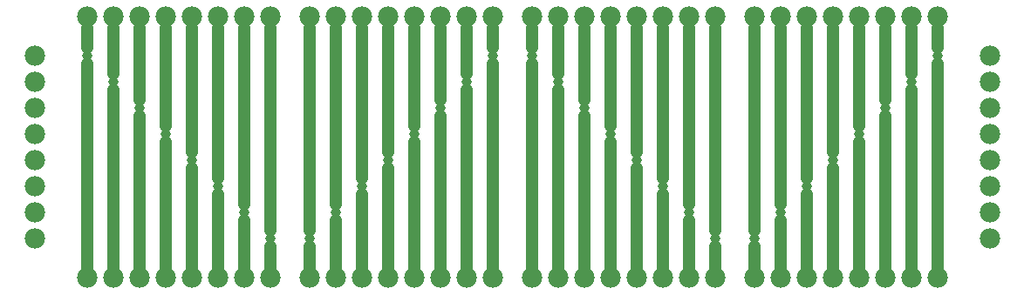
<source format=gbl>
G04 MADE WITH FRITZING*
G04 WWW.FRITZING.ORG*
G04 DOUBLE SIDED*
G04 HOLES PLATED*
G04 CONTOUR ON CENTER OF CONTOUR VECTOR*
%ASAXBY*%
%FSLAX23Y23*%
%MOIN*%
%OFA0B0*%
%SFA1.0B1.0*%
%ADD10C,0.078000*%
%ADD11C,0.039370*%
%ADD12C,0.048000*%
%LNCOPPER0*%
G90*
G70*
G54D10*
X2874Y178D03*
X2974Y178D03*
X3074Y178D03*
X3174Y178D03*
X3274Y178D03*
X3374Y178D03*
X3474Y178D03*
X3574Y178D03*
X2724Y178D03*
X2624Y178D03*
X2524Y178D03*
X2424Y178D03*
X2324Y178D03*
X2224Y178D03*
X2124Y178D03*
X2024Y178D03*
X1174Y178D03*
X1274Y178D03*
X1374Y178D03*
X1474Y178D03*
X1574Y178D03*
X1674Y178D03*
X1774Y178D03*
X1874Y178D03*
X1024Y178D03*
X924Y178D03*
X824Y178D03*
X724Y178D03*
X624Y178D03*
X524Y178D03*
X424Y178D03*
X324Y178D03*
X2874Y1178D03*
X2974Y1178D03*
X3074Y1178D03*
X3174Y1178D03*
X3274Y1178D03*
X3374Y1178D03*
X3474Y1178D03*
X3574Y1178D03*
X2724Y1178D03*
X2624Y1178D03*
X2524Y1178D03*
X2424Y1178D03*
X2324Y1178D03*
X2224Y1178D03*
X2124Y1178D03*
X2024Y1178D03*
X1174Y1178D03*
X1274Y1178D03*
X1374Y1178D03*
X1474Y1178D03*
X1574Y1178D03*
X1674Y1178D03*
X1774Y1178D03*
X1874Y1178D03*
X1024Y1178D03*
X924Y1178D03*
X824Y1178D03*
X724Y1178D03*
X624Y1178D03*
X524Y1178D03*
X424Y1178D03*
X324Y1178D03*
X3774Y328D03*
X3774Y428D03*
X3774Y528D03*
X3774Y628D03*
X3774Y728D03*
X3774Y828D03*
X3774Y928D03*
X3774Y1028D03*
X124Y328D03*
X124Y428D03*
X124Y528D03*
X124Y628D03*
X124Y728D03*
X124Y828D03*
X124Y928D03*
X124Y1028D03*
G54D11*
X3074Y528D03*
X2524Y528D03*
X1374Y528D03*
X824Y528D03*
X2874Y328D03*
X2724Y328D03*
X1174Y328D03*
X1024Y328D03*
X2974Y428D03*
X2624Y428D03*
X1274Y428D03*
X924Y428D03*
X3174Y628D03*
X2424Y628D03*
X1474Y628D03*
X724Y628D03*
X3274Y728D03*
X2324Y728D03*
X1574Y728D03*
X624Y728D03*
X3374Y828D03*
X2224Y828D03*
X1674Y828D03*
X524Y828D03*
X3474Y928D03*
X2124Y928D03*
X1774Y928D03*
X424Y928D03*
X3574Y1028D03*
X2024Y1028D03*
X1874Y1028D03*
X324Y1028D03*
G54D12*
X1024Y298D02*
X1024Y220D01*
D02*
X1474Y598D02*
X1474Y220D01*
D02*
X2874Y359D02*
X2874Y1137D01*
D02*
X524Y858D02*
X524Y1137D01*
D02*
X824Y558D02*
X824Y1137D01*
D02*
X2724Y358D02*
X2724Y1137D01*
D02*
X1774Y220D02*
X1774Y898D01*
D02*
X3374Y798D02*
X3374Y220D01*
D02*
X1374Y559D02*
X1374Y1137D01*
D02*
X1274Y398D02*
X1274Y220D01*
D02*
X2324Y1137D02*
X2324Y758D01*
D02*
X2224Y858D02*
X2224Y1137D01*
D02*
X3574Y1137D02*
X3574Y1059D01*
D02*
X1574Y698D02*
X1574Y220D01*
D02*
X3074Y498D02*
X3074Y220D01*
D02*
X924Y458D02*
X924Y1137D01*
D02*
X2324Y698D02*
X2324Y220D01*
D02*
X1774Y959D02*
X1774Y1137D01*
D02*
X924Y398D02*
X924Y220D01*
D02*
X1874Y1137D02*
X1874Y1059D01*
D02*
X3174Y598D02*
X3174Y220D01*
D02*
X1574Y1137D02*
X1574Y759D01*
D02*
X324Y998D02*
X324Y220D01*
D02*
X1474Y659D02*
X1474Y1137D01*
D02*
X624Y1137D02*
X624Y758D01*
D02*
X524Y798D02*
X524Y220D01*
D02*
X3274Y1137D02*
X3274Y759D01*
D02*
X2424Y658D02*
X2424Y1137D01*
D02*
X3274Y698D02*
X3274Y220D01*
D02*
X824Y498D02*
X824Y220D01*
D02*
X2974Y398D02*
X2974Y220D01*
D02*
X3374Y859D02*
X3374Y1137D01*
D02*
X1674Y859D02*
X1674Y1137D01*
D02*
X724Y598D02*
X724Y220D01*
D02*
X2974Y459D02*
X2974Y1137D01*
D02*
X324Y1137D02*
X324Y1058D01*
D02*
X1174Y298D02*
X1174Y220D01*
D02*
X2024Y1137D02*
X2024Y1058D01*
D02*
X2724Y298D02*
X2724Y220D01*
D02*
X1374Y498D02*
X1374Y220D01*
D02*
X724Y658D02*
X724Y1137D01*
D02*
X3474Y220D02*
X3474Y898D01*
D02*
X3174Y659D02*
X3174Y1137D01*
D02*
X1174Y359D02*
X1174Y1137D01*
D02*
X2224Y798D02*
X2224Y220D01*
D02*
X2624Y398D02*
X2624Y220D01*
D02*
X2524Y558D02*
X2524Y1137D01*
D02*
X3574Y998D02*
X3574Y220D01*
D02*
X2124Y958D02*
X2124Y1137D01*
D02*
X1674Y798D02*
X1674Y220D01*
D02*
X2124Y220D02*
X2124Y898D01*
D02*
X2424Y598D02*
X2424Y220D01*
D02*
X1874Y998D02*
X1874Y220D01*
D02*
X1024Y358D02*
X1024Y1137D01*
D02*
X3074Y559D02*
X3074Y1137D01*
D02*
X2874Y298D02*
X2874Y220D01*
D02*
X2024Y998D02*
X2024Y220D01*
D02*
X424Y220D02*
X424Y898D01*
D02*
X2624Y458D02*
X2624Y1137D01*
D02*
X424Y958D02*
X424Y1137D01*
D02*
X1274Y459D02*
X1274Y1137D01*
D02*
X624Y698D02*
X624Y220D01*
D02*
X3474Y959D02*
X3474Y1137D01*
D02*
X2524Y498D02*
X2524Y220D01*
G04 End of Copper0*
M02*
</source>
